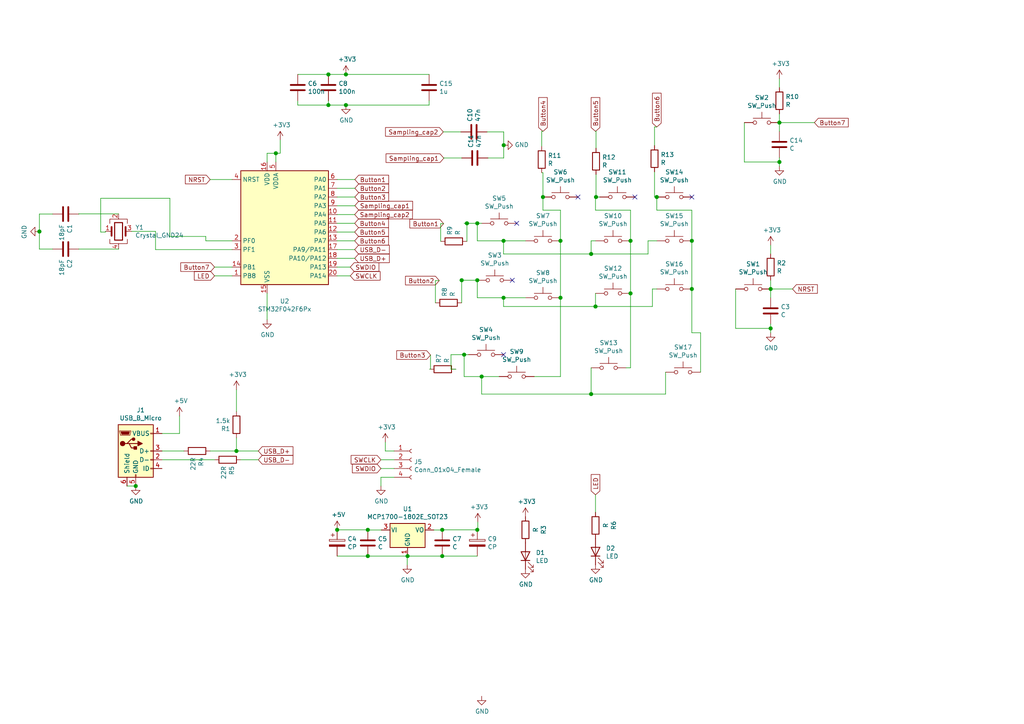
<source format=kicad_sch>
(kicad_sch (version 20200828) (generator eeschema)
  (page 1 1)
  (paper "A4")
  (lib_symbols
    (symbol "Connector:Conn_01x04_Female" (pin_names (offset 1.016) hide)
      (property "Reference" "J" (at 0 5.08 0))
      (property "Value" "Conn_01x04_Female" (at 0 -7.62 0))
      (symbol "Conn_01x04_Female_1_1"
        (arc (start 0 -4.572) (end 0 -5.588) (radius (at 0 -5.08) (length 0.508) (angles 90.1 -90.1)) (stroke (width 0.1524)))
        (arc (start 0 -2.032) (end 0 -3.048) (radius (at 0 -2.54) (length 0.508) (angles 90.1 -90.1)) (stroke (width 0.1524)))
        (arc (start 0 0.508) (end 0 -0.508) (radius (at 0 0) (length 0.508) (angles 90.1 -90.1)) (stroke (width 0.1524)))
        (arc (start 0 3.048) (end 0 2.032) (radius (at 0 2.54) (length 0.508) (angles 90.1 -90.1)) (stroke (width 0.1524)))
        (polyline (pts (xy -1.27 -5.08) (xy -0.508 -5.08)) (stroke (width 0.1524)))
        (polyline (pts (xy -1.27 -2.54) (xy -0.508 -2.54)) (stroke (width 0.1524)))
        (polyline (pts (xy -1.27 0) (xy -0.508 0)) (stroke (width 0.1524)))
        (polyline (pts (xy -1.27 2.54) (xy -0.508 2.54)) (stroke (width 0.1524)))
        (pin passive line (at -5.08 2.54 0) (length 3.81) (name "Pin_1") (number "1"))
        (pin passive line (at -5.08 0 0) (length 3.81) (name "Pin_2") (number "2"))
        (pin passive line (at -5.08 -2.54 0) (length 3.81) (name "Pin_3") (number "3"))
        (pin passive line (at -5.08 -5.08 0) (length 3.81) (name "Pin_4") (number "4"))
      )
    )
    (symbol "Connector:USB_B_Micro" (pin_names (offset 1.016))
      (property "Reference" "J" (at -5.08 11.43 0))
      (property "Value" "USB_B_Micro" (at -5.08 8.89 0))
      (symbol "USB_B_Micro_0_1"
        (circle (center -3.81 2.159) (radius 0.635) (stroke (width 0.254)) (fill (type outline)))
        (circle (center -0.635 3.429) (radius 0.381) (stroke (width 0.254)) (fill (type outline)))
        (rectangle (start -5.08 -7.62) (end 5.08 7.62) (stroke (width 0.254)) (fill (type background)))
        (rectangle (start -0.127 -7.62) (end 0.127 -6.858))
        (rectangle (start 0.254 1.27) (end -0.508 0.508) (stroke (width 0.254)) (fill (type outline)))
        (rectangle (start 5.08 -5.207) (end 4.318 -4.953))
        (rectangle (start 5.08 -2.667) (end 4.318 -2.413))
        (rectangle (start 5.08 -0.127) (end 4.318 0.127))
        (rectangle (start 5.08 4.953) (end 4.318 5.207))
        (polyline (pts (xy -1.905 2.159) (xy 0.635 2.159)) (stroke (width 0.254)))
        (polyline (pts (xy -3.175 2.159) (xy -2.54 2.159) (xy -1.27 3.429) (xy -0.635 3.429)) (stroke (width 0.254)))
        (polyline (pts (xy -2.54 2.159) (xy -1.905 2.159) (xy -1.27 0.889) (xy 0 0.889)) (stroke (width 0.254)))
        (polyline (pts (xy 0.635 2.794) (xy 0.635 1.524) (xy 1.905 2.159) (xy 0.635 2.794)) (stroke (width 0.254)) (fill (type outline)))
        (polyline (pts (xy -4.318 5.588) (xy -1.778 5.588) (xy -2.032 4.826) (xy -4.064 4.826) (xy -4.318 5.588)) (fill (type outline)))
        (polyline (pts (xy -4.699 5.842) (xy -4.699 5.588) (xy -4.445 4.826) (xy -4.445 4.572) (xy -1.651 4.572) (xy -1.651 4.826) (xy -1.397 5.588) (xy -1.397 5.842) (xy -4.699 5.842)))
      )
      (symbol "USB_B_Micro_1_1"
        (pin power_out line (at 7.62 5.08 180) (length 2.54) (name "VBUS") (number "1"))
        (pin passive line (at 7.62 -2.54 180) (length 2.54) (name "D-") (number "2"))
        (pin passive line (at 7.62 0 180) (length 2.54) (name "D+") (number "3"))
        (pin passive line (at 7.62 -5.08 180) (length 2.54) (name "ID") (number "4"))
        (pin power_out line (at 0 -10.16 90) (length 2.54) (name "GND") (number "5"))
        (pin passive line (at -2.54 -10.16 90) (length 2.54) (name "Shield") (number "6"))
      )
    )
    (symbol "Device:C" (pin_numbers hide) (pin_names (offset 0.254))
      (property "Reference" "C" (at 0.635 2.54 0))
      (property "Value" "C" (at 0.635 -2.54 0))
      (symbol "C_0_1"
        (polyline (pts (xy -2.032 -0.762) (xy 2.032 -0.762)) (stroke (width 0.508)))
        (polyline (pts (xy -2.032 0.762) (xy 2.032 0.762)) (stroke (width 0.508)))
      )
      (symbol "C_1_1"
        (pin passive line (at 0 3.81 270) (length 2.794) (name "~") (number "1"))
        (pin passive line (at 0 -3.81 90) (length 2.794) (name "~") (number "2"))
      )
    )
    (symbol "Device:CP" (pin_numbers hide) (pin_names (offset 0.254))
      (property "Reference" "C" (at 0.635 2.54 0))
      (property "Value" "CP" (at 0.635 -2.54 0))
      (symbol "CP_0_1"
        (rectangle (start -2.286 0.508) (end 2.286 1.016))
        (rectangle (start 2.286 -0.508) (end -2.286 -1.016) (fill (type outline)))
        (polyline (pts (xy -1.778 2.286) (xy -0.762 2.286)))
        (polyline (pts (xy -1.27 2.794) (xy -1.27 1.778)))
      )
      (symbol "CP_1_1"
        (pin passive line (at 0 3.81 270) (length 2.794) (name "~") (number "1"))
        (pin passive line (at 0 -3.81 90) (length 2.794) (name "~") (number "2"))
      )
    )
    (symbol "Device:Crystal_GND24" (pin_names (offset 1.016) hide)
      (property "Reference" "Y" (at 3.175 5.08 0))
      (property "Value" "Crystal_GND24" (at 3.175 3.175 0))
      (symbol "Crystal_GND24_0_1"
        (rectangle (start -1.143 2.54) (end 1.143 -2.54) (stroke (width 0.3048)))
        (polyline (pts (xy -2.54 0) (xy -2.032 0)))
        (polyline (pts (xy -2.032 -1.27) (xy -2.032 1.27)) (stroke (width 0.508)))
        (polyline (pts (xy 0 -3.81) (xy 0 -3.556)))
        (polyline (pts (xy 0 3.556) (xy 0 3.81)))
        (polyline (pts (xy 2.032 -1.27) (xy 2.032 1.27)) (stroke (width 0.508)))
        (polyline (pts (xy 2.032 0) (xy 2.54 0)))
        (polyline (pts (xy -2.54 -2.286) (xy -2.54 -3.556) (xy 2.54 -3.556) (xy 2.54 -2.286)))
        (polyline (pts (xy -2.54 2.286) (xy -2.54 3.556) (xy 2.54 3.556) (xy 2.54 2.286)))
      )
      (symbol "Crystal_GND24_1_1"
        (pin passive line (at -3.81 0 0) (length 1.27) (name "1") (number "1"))
        (pin passive line (at 0 5.08 270) (length 1.27) (name "2") (number "2"))
        (pin passive line (at 3.81 0 180) (length 1.27) (name "3") (number "3"))
        (pin passive line (at 0 -5.08 90) (length 1.27) (name "4") (number "4"))
      )
    )
    (symbol "Device:LED" (pin_numbers hide) (pin_names (offset 1.016) hide)
      (property "Reference" "D" (at 0 2.54 0))
      (property "Value" "LED" (at 0 -2.54 0))
      (symbol "LED_0_1"
        (polyline (pts (xy -1.27 -1.27) (xy -1.27 1.27)) (stroke (width 0.254)))
        (polyline (pts (xy -1.27 0) (xy 1.27 0)))
        (polyline (pts (xy 1.27 -1.27) (xy 1.27 1.27) (xy -1.27 0) (xy 1.27 -1.27)) (stroke (width 0.254)))
        (polyline (pts (xy -3.048 -0.762) (xy -4.572 -2.286) (xy -3.81 -2.286) (xy -4.572 -2.286) (xy -4.572 -1.524)))
        (polyline (pts (xy -1.778 -0.762) (xy -3.302 -2.286) (xy -2.54 -2.286) (xy -3.302 -2.286) (xy -3.302 -1.524)))
      )
      (symbol "LED_1_1"
        (pin passive line (at -3.81 0 0) (length 2.54) (name "K") (number "1"))
        (pin passive line (at 3.81 0 180) (length 2.54) (name "A") (number "2"))
      )
    )
    (symbol "Device:R" (pin_numbers hide) (pin_names (offset 0))
      (property "Reference" "R" (at 2.032 0 90))
      (property "Value" "R" (at 0 0 90))
      (symbol "R_0_1"
        (rectangle (start -1.016 -2.54) (end 1.016 2.54) (stroke (width 0.254)))
      )
      (symbol "R_1_1"
        (pin passive line (at 0 3.81 270) (length 1.27) (name "~") (number "1"))
        (pin passive line (at 0 -3.81 90) (length 1.27) (name "~") (number "2"))
      )
    )
    (symbol "MCU_ST_STM32F0:STM32F042F6Px"
      (property "Reference" "U" (at -12.7 16.51 0))
      (property "Value" "STM32F042F6Px" (at 0 16.51 0))
      (symbol "STM32F042F6Px_0_1"
        (rectangle (start -12.7 -17.78) (end 12.7 15.24) (stroke (width 0.254)) (fill (type background)))
      )
      (symbol "STM32F042F6Px_1_1"
        (pin bidirectional line (at -15.24 -15.24 0) (length 2.54) (name "PB8") (number "1"))
        (pin bidirectional line (at 15.24 2.54 180) (length 2.54) (name "PA4") (number "10"))
        (pin bidirectional line (at 15.24 0 180) (length 2.54) (name "PA5") (number "11"))
        (pin bidirectional line (at 15.24 -2.54 180) (length 2.54) (name "PA6") (number "12"))
        (pin bidirectional line (at 15.24 -5.08 180) (length 2.54) (name "PA7") (number "13"))
        (pin bidirectional line (at -15.24 -12.7 0) (length 2.54) (name "PB1") (number "14"))
        (pin power_in line (at -5.08 -20.32 90) (length 2.54) (name "VSS") (number "15"))
        (pin power_in line (at -5.08 17.78 270) (length 2.54) (name "VDD") (number "16"))
        (pin bidirectional line (at 15.24 -7.62 180) (length 2.54) (name "PA9/PA11") (number "17"))
        (pin bidirectional line (at 15.24 -10.16 180) (length 2.54) (name "PA10/PA12") (number "18"))
        (pin bidirectional line (at 15.24 -12.7 180) (length 2.54) (name "PA13") (number "19"))
        (pin input line (at -15.24 -5.08 0) (length 2.54) (name "PF0") (number "2"))
        (pin bidirectional line (at 15.24 -15.24 180) (length 2.54) (name "PA14") (number "20"))
        (pin input line (at -15.24 -7.62 0) (length 2.54) (name "PF1") (number "3"))
        (pin input line (at -15.24 12.7 0) (length 2.54) (name "NRST") (number "4"))
        (pin power_in line (at -2.54 17.78 270) (length 2.54) (name "VDDA") (number "5"))
        (pin bidirectional line (at 15.24 12.7 180) (length 2.54) (name "PA0") (number "6"))
        (pin bidirectional line (at 15.24 10.16 180) (length 2.54) (name "PA1") (number "7"))
        (pin bidirectional line (at 15.24 7.62 180) (length 2.54) (name "PA2") (number "8"))
        (pin bidirectional line (at 15.24 5.08 180) (length 2.54) (name "PA3") (number "9"))
      )
    )
    (symbol "Switch:SW_Push" (pin_numbers hide) (pin_names (offset 1.016) hide)
      (property "Reference" "SW" (at 1.27 2.54 0))
      (property "Value" "SW_Push" (at 0 -1.524 0))
      (symbol "SW_Push_0_1"
        (circle (center -2.032 0) (radius 0.508))
        (circle (center 2.032 0) (radius 0.508))
        (polyline (pts (xy 0 1.27) (xy 0 3.048)))
        (polyline (pts (xy 2.54 1.27) (xy -2.54 1.27)))
        (pin passive line (at -5.08 0 0) (length 2.54) (name "1") (number "1"))
        (pin passive line (at 5.08 0 180) (length 2.54) (name "2") (number "2"))
      )
    )
    (symbol "drone_v3-cache:MCP1700-1802E_SOT23" (pin_names (offset 0.254))
      (property "Reference" "U" (at -3.81 3.175 0))
      (property "Value" "MCP1700-1802E_SOT23" (at 0 3.175 0))
      (symbol "MCP1700-1802E_SOT23_0_1"
        (rectangle (start -5.08 1.905) (end 5.08 -5.08) (stroke (width 0.254)) (fill (type background)))
      )
      (symbol "MCP1700-1802E_SOT23_1_1"
        (pin power_in line (at 0 -7.62 90) (length 2.54) (name "GND") (number "1"))
        (pin power_out line (at 7.62 0 180) (length 2.54) (name "VO") (number "2"))
        (pin power_in line (at -7.62 0 0) (length 2.54) (name "VI") (number "3"))
      )
    )
    (symbol "power:+3.3V" (power) (pin_names (offset 0))
      (property "Value" "+3.3V" (at 0 3.556 0))
      (symbol "+3.3V_0_1"
        (polyline (pts (xy -0.762 1.27) (xy 0 2.54)))
        (polyline (pts (xy 0 0) (xy 0 2.54)))
        (polyline (pts (xy 0 2.54) (xy 0.762 1.27)))
      )
      (symbol "+3.3V_1_1"
        (pin power_in line (at 0 0 90) (length 0) hide (name "+3V3") (number "1"))
      )
    )
    (symbol "power:+5V" (power) (pin_names (offset 0))
      (property "Value" "+5V" (at 0 3.556 0))
      (symbol "+5V_0_1"
        (polyline (pts (xy -0.762 1.27) (xy 0 2.54)))
        (polyline (pts (xy 0 0) (xy 0 2.54)))
        (polyline (pts (xy 0 2.54) (xy 0.762 1.27)))
      )
      (symbol "+5V_1_1"
        (pin power_in line (at 0 0 90) (length 0) hide (name "+5V") (number "1"))
      )
    )
    (symbol "power:GND" (power) (pin_names (offset 0))
      (property "Value" "GND" (at 0 -3.81 0))
      (symbol "GND_0_1"
        (polyline (pts (xy 0 0) (xy 0 -1.27) (xy 1.27 -1.27) (xy 0 -2.54) (xy -1.27 -1.27) (xy 0 -1.27)))
      )
      (symbol "GND_1_1"
        (pin power_in line (at 0 0 270) (length 0) hide (name "GND") (number "1"))
      )
    )
  )
  (junction (at 11.43 67.1576) (diameter 1.016))
  (junction (at 39.37 140.97) (diameter 1.016))
  (junction (at 68.58 130.81) (diameter 1.016))
  (junction (at 80.01 44.45) (diameter 1.016))
  (junction (at 95.25 21.59) (diameter 1.016))
  (junction (at 95.25 30.48) (diameter 1.016))
  (junction (at 97.79 153.67) (diameter 1.016))
  (junction (at 100.33 21.59) (diameter 1.016))
  (junction (at 100.33 30.48) (diameter 1.016))
  (junction (at 106.68 153.67) (diameter 1.016))
  (junction (at 106.68 161.29) (diameter 1.016))
  (junction (at 118.2116 161.29) (diameter 1.016))
  (junction (at 128.27 153.67) (diameter 1.016))
  (junction (at 128.27 161.29) (diameter 1.016))
  (junction (at 133.9088 81.28) (diameter 1.016))
  (junction (at 134.62 102.87) (diameter 1.016))
  (junction (at 135.4328 64.77) (diameter 1.016))
  (junction (at 138.43 64.77) (diameter 1.016))
  (junction (at 138.43 81.28) (diameter 1.016))
  (junction (at 138.43 153.67) (diameter 1.016))
  (junction (at 139.7 109.22) (diameter 1.016))
  (junction (at 146.05 69.85) (diameter 1.016))
  (junction (at 146.05 86.36) (diameter 1.016))
  (junction (at 146.1008 42.1132) (diameter 1.016))
  (junction (at 157.48 57.15) (diameter 1.016))
  (junction (at 162.56 69.85) (diameter 1.016))
  (junction (at 162.56 86.36) (diameter 1.016))
  (junction (at 171.45 73.66) (diameter 1.016))
  (junction (at 171.45 114.3) (diameter 1.016))
  (junction (at 172.72 88.9) (diameter 1.016))
  (junction (at 172.8724 57.15) (diameter 1.016))
  (junction (at 182.88 69.85) (diameter 1.016))
  (junction (at 182.88 85.09) (diameter 1.016))
  (junction (at 190.5 57.15) (diameter 1.016))
  (junction (at 200.66 69.85) (diameter 1.016))
  (junction (at 200.66 83.82) (diameter 1.016))
  (junction (at 223.52 83.82) (diameter 1.016))
  (junction (at 223.52 95.25) (diameter 1.016))
  (junction (at 226.06 35.56) (diameter 1.016))
  (junction (at 226.06 46.99) (diameter 1.016))
  (no_connect (at 167.64 57.15))
  (no_connect (at 184.15 57.15))
  (no_connect (at 146.05 102.87))
  (no_connect (at 200.66 57.15))
  (no_connect (at 149.86 64.77))
  (no_connect (at 148.59 81.28))
  (wire (pts (xy 11.43 62.0776) (xy 11.43 67.1576)))
  (wire (pts (xy 11.43 67.1576) (xy 11.43 72.2376)))
  (wire (pts (xy 11.43 72.2376) (xy 15.24 72.2376)))
  (wire (pts (xy 15.24 62.0776) (xy 11.43 62.0776)))
  (wire (pts (xy 22.86 62.0268) (xy 22.86 62.0776)))
  (wire (pts (xy 22.86 72.2376) (xy 34.3916 72.2376)))
  (wire (pts (xy 29.21 57.5056) (xy 49.276 57.5056)))
  (wire (pts (xy 29.21 67.31) (xy 29.21 57.5056)))
  (wire (pts (xy 29.21 67.31) (xy 30.5816 67.31)))
  (wire (pts (xy 30.5816 67.31) (xy 30.5816 67.1068)))
  (wire (pts (xy 34.3916 62.0268) (xy 22.86 62.0268)))
  (wire (pts (xy 34.3916 72.2376) (xy 34.3916 72.1868)))
  (wire (pts (xy 36.83 140.97) (xy 39.37 140.97)))
  (wire (pts (xy 38.2016 67.1068) (xy 45.1104 67.1068)))
  (wire (pts (xy 45.1104 72.39) (xy 45.1104 67.1068)))
  (wire (pts (xy 46.99 125.73) (xy 52.07 125.73)))
  (wire (pts (xy 46.99 130.81) (xy 53.34 130.81)))
  (wire (pts (xy 46.99 133.35) (xy 62.23 133.35)))
  (wire (pts (xy 49.276 57.5056) (xy 49.276 68.58)))
  (wire (pts (xy 49.276 68.58) (xy 59.69 68.58)))
  (wire (pts (xy 52.07 125.73) (xy 52.07 120.65)))
  (wire (pts (xy 59.69 68.58) (xy 59.69 69.85)))
  (wire (pts (xy 59.69 69.85) (xy 67.31 69.85)))
  (wire (pts (xy 60.96 130.81) (xy 68.58 130.81)))
  (wire (pts (xy 67.31 52.07) (xy 60.96 52.07)))
  (wire (pts (xy 67.31 72.39) (xy 45.1104 72.39)))
  (wire (pts (xy 67.31 77.47) (xy 62.23 77.47)))
  (wire (pts (xy 67.31 80.01) (xy 62.23 80.01)))
  (wire (pts (xy 68.58 119.38) (xy 68.58 113.03)))
  (wire (pts (xy 68.58 130.81) (xy 68.58 127)))
  (wire (pts (xy 68.58 130.81) (xy 74.93 130.81)))
  (wire (pts (xy 69.85 133.35) (xy 74.93 133.35)))
  (wire (pts (xy 77.47 44.45) (xy 80.01 44.45)))
  (wire (pts (xy 77.47 46.99) (xy 77.47 44.45)))
  (wire (pts (xy 77.47 85.09) (xy 77.47 92.71)))
  (wire (pts (xy 80.01 44.45) (xy 81.28 44.45)))
  (wire (pts (xy 80.01 46.99) (xy 80.01 44.45)))
  (wire (pts (xy 81.28 40.64) (xy 81.28 44.45)))
  (wire (pts (xy 86.36 21.59) (xy 95.25 21.59)))
  (wire (pts (xy 86.36 29.21) (xy 86.36 30.48)))
  (wire (pts (xy 86.36 30.48) (xy 95.25 30.48)))
  (wire (pts (xy 95.25 21.59) (xy 100.33 21.59)))
  (wire (pts (xy 95.25 29.21) (xy 95.25 30.48)))
  (wire (pts (xy 95.25 30.48) (xy 100.33 30.48)))
  (wire (pts (xy 97.79 52.07) (xy 102.9208 52.07)))
  (wire (pts (xy 97.79 54.61) (xy 102.9208 54.61)))
  (wire (pts (xy 97.79 57.15) (xy 102.9208 57.15)))
  (wire (pts (xy 97.79 59.69) (xy 102.9208 59.69)))
  (wire (pts (xy 97.79 62.23) (xy 102.87 62.23)))
  (wire (pts (xy 97.79 64.77) (xy 102.87 64.77)))
  (wire (pts (xy 97.79 67.31) (xy 102.87 67.31)))
  (wire (pts (xy 97.79 72.39) (xy 102.87 72.39)))
  (wire (pts (xy 97.79 74.93) (xy 102.87 74.93)))
  (wire (pts (xy 97.79 77.47) (xy 101.6 77.47)))
  (wire (pts (xy 97.79 153.67) (xy 106.68 153.67)))
  (wire (pts (xy 100.33 21.59) (xy 124.46 21.59)))
  (wire (pts (xy 100.33 30.48) (xy 124.46 30.48)))
  (wire (pts (xy 101.6 80.01) (xy 97.79 80.01)))
  (wire (pts (xy 102.87 69.85) (xy 97.79 69.85)))
  (wire (pts (xy 102.9208 59.69) (xy 102.9208 59.6392)))
  (wire (pts (xy 106.68 153.7208) (xy 106.68 153.67)))
  (wire (pts (xy 106.68 161.29) (xy 97.79 161.29)))
  (wire (pts (xy 106.68 161.29) (xy 118.2116 161.29)))
  (wire (pts (xy 110.49 133.35) (xy 114.3 133.35)))
  (wire (pts (xy 110.49 138.43) (xy 110.49 140.97)))
  (wire (pts (xy 110.5916 153.7208) (xy 106.68 153.7208)))
  (wire (pts (xy 111.76 128.27) (xy 111.76 130.81)))
  (wire (pts (xy 111.76 130.81) (xy 114.3 130.81)))
  (wire (pts (xy 114.3 135.89) (xy 110.49 135.89)))
  (wire (pts (xy 114.3 138.43) (xy 110.49 138.43)))
  (wire (pts (xy 118.11 161.3408) (xy 118.2116 161.3408)))
  (wire (pts (xy 118.11 163.83) (xy 118.11 161.3408)))
  (wire (pts (xy 118.2116 161.29) (xy 118.2116 161.3408)))
  (wire (pts (xy 118.2116 161.29) (xy 128.27 161.29)))
  (wire (pts (xy 124.46 29.21) (xy 124.46 30.48)))
  (wire (pts (xy 124.8664 102.9716) (xy 124.8664 107.0864)))
  (wire (pts (xy 124.8664 107.0864) (xy 124.6124 107.0864)))
  (wire (pts (xy 125.8316 153.7208) (xy 128.27 153.7208)))
  (wire (pts (xy 126.2888 81.3816) (xy 127.4064 81.3816)))
  (wire (pts (xy 126.2888 87.8332) (xy 126.2888 81.3816)))
  (wire (pts (xy 127.8128 64.8716) (xy 128.6764 64.8716)))
  (wire (pts (xy 127.8128 70.0024) (xy 127.8128 64.8716)))
  (wire (pts (xy 128.27 153.67) (xy 138.43 153.67)))
  (wire (pts (xy 128.27 153.7208) (xy 128.27 153.67)))
  (wire (pts (xy 128.7272 45.8216) (xy 128.7272 45.8724)))
  (wire (pts (xy 128.7272 45.8216) (xy 128.7272 45.8724)))
  (wire (pts (xy 130.81 102.87) (xy 130.81 107.0864)))
  (wire (pts (xy 130.81 102.87) (xy 134.62 102.87)))
  (wire (pts (xy 130.81 107.0864) (xy 132.2324 107.0864)))
  (wire (pts (xy 133.6548 38.2524) (xy 128.5748 38.2524)))
  (wire (pts (xy 133.9088 45.8216) (xy 128.7272 45.8216)))
  (wire (pts (xy 133.9088 81.28) (xy 133.35 81.28)))
  (wire (pts (xy 133.9088 81.28) (xy 133.35 81.28)))
  (wire (pts (xy 133.9088 87.8332) (xy 133.9088 81.28)))
  (wire (pts (xy 134.62 102.87) (xy 134.62 109.22)))
  (wire (pts (xy 134.62 102.87) (xy 135.89 102.87)))
  (wire (pts (xy 134.62 109.22) (xy 139.7 109.22)))
  (wire (pts (xy 135.4328 64.77) (xy 134.62 64.77)))
  (wire (pts (xy 135.4328 64.77) (xy 134.62 64.77)))
  (wire (pts (xy 135.4328 70.0024) (xy 135.4328 64.77)))
  (wire (pts (xy 138.43 64.77) (xy 135.4328 64.77)))
  (wire (pts (xy 138.43 69.85) (xy 138.43 64.77)))
  (wire (pts (xy 138.43 69.85) (xy 146.05 69.85)))
  (wire (pts (xy 138.43 81.28) (xy 133.9088 81.28)))
  (wire (pts (xy 138.43 81.28) (xy 138.43 86.36)))
  (wire (pts (xy 138.43 86.36) (xy 146.05 86.36)))
  (wire (pts (xy 138.43 153.7208) (xy 138.43 153.67)))
  (wire (pts (xy 138.43 161.29) (xy 128.27 161.29)))
  (wire (pts (xy 138.5824 151.4348) (xy 138.5824 153.7208)))
  (wire (pts (xy 138.5824 153.7208) (xy 138.43 153.7208)))
  (wire (pts (xy 139.7 64.77) (xy 138.43 64.77)))
  (wire (pts (xy 139.7 109.22) (xy 139.7 114.3)))
  (wire (pts (xy 139.7 109.22) (xy 144.78 109.22)))
  (wire (pts (xy 139.7 114.3) (xy 171.45 114.3)))
  (wire (pts (xy 141.2748 38.2524) (xy 146.1008 38.2524)))
  (wire (pts (xy 141.5288 45.8216) (xy 146.1008 45.8216)))
  (wire (pts (xy 146.05 69.85) (xy 146.05 73.66)))
  (wire (pts (xy 146.05 69.85) (xy 152.4 69.85)))
  (wire (pts (xy 146.05 73.66) (xy 171.45 73.66)))
  (wire (pts (xy 146.05 86.36) (xy 146.05 88.9)))
  (wire (pts (xy 146.05 86.36) (xy 152.4 86.36)))
  (wire (pts (xy 146.05 88.9) (xy 172.72 88.9)))
  (wire (pts (xy 146.1008 38.2524) (xy 146.1008 42.1132)))
  (wire (pts (xy 146.1008 45.8216) (xy 146.1008 42.1132)))
  (wire (pts (xy 154.94 109.22) (xy 162.56 109.22)))
  (wire (pts (xy 157.1244 38.1) (xy 157.48 38.1)))
  (wire (pts (xy 157.1244 42.4688) (xy 157.1244 38.1)))
  (wire (pts (xy 157.48 50.0888) (xy 157.1244 50.0888)))
  (wire (pts (xy 157.48 57.15) (xy 157.48 50.0888)))
  (wire (pts (xy 157.48 60.96) (xy 157.48 57.15)))
  (wire (pts (xy 162.56 60.96) (xy 157.48 60.96)))
  (wire (pts (xy 162.56 69.85) (xy 162.56 60.96)))
  (wire (pts (xy 162.56 69.85) (xy 162.56 86.36)))
  (wire (pts (xy 162.56 86.36) (xy 162.56 109.22)))
  (wire (pts (xy 171.45 69.85) (xy 172.72 69.85)))
  (wire (pts (xy 171.45 73.66) (xy 171.45 69.85)))
  (wire (pts (xy 171.45 73.66) (xy 187.96 73.66)))
  (wire (pts (xy 171.45 114.3) (xy 171.45 106.68)))
  (wire (pts (xy 171.45 114.3) (xy 193.04 114.3)))
  (wire (pts (xy 172.72 57.15) (xy 172.72 60.96)))
  (wire (pts (xy 172.72 57.15) (xy 172.8724 57.15)))
  (wire (pts (xy 172.72 60.96) (xy 182.88 60.96)))
  (wire (pts (xy 172.72 88.9) (xy 172.72 85.09)))
  (wire (pts (xy 172.72 88.9) (xy 189.23 88.9)))
  (wire (pts (xy 172.72 148.59) (xy 172.72 143.51)))
  (wire (pts (xy 172.8724 38.1) (xy 172.72 38.1)))
  (wire (pts (xy 172.8724 42.9768) (xy 172.8724 38.1)))
  (wire (pts (xy 172.8724 50.5968) (xy 172.8724 57.15)))
  (wire (pts (xy 172.8724 57.15) (xy 172.72 57.15)))
  (wire (pts (xy 172.8724 57.15) (xy 173.99 57.15)))
  (wire (pts (xy 182.88 60.96) (xy 182.88 69.85)))
  (wire (pts (xy 182.88 69.85) (xy 182.88 85.09)))
  (wire (pts (xy 182.88 85.09) (xy 182.88 106.68)))
  (wire (pts (xy 182.88 106.68) (xy 181.61 106.68)))
  (wire (pts (xy 187.96 69.85) (xy 190.5 69.85)))
  (wire (pts (xy 187.96 73.66) (xy 187.96 69.85)))
  (wire (pts (xy 189.23 83.82) (xy 190.5 83.82)))
  (wire (pts (xy 189.23 88.9) (xy 189.23 83.82)))
  (wire (pts (xy 189.8396 36.83) (xy 190.5 36.83)))
  (wire (pts (xy 189.8396 42.2148) (xy 189.8396 36.83)))
  (wire (pts (xy 189.8396 49.8348) (xy 189.8396 57.15)))
  (wire (pts (xy 189.8396 57.15) (xy 190.5 57.15)))
  (wire (pts (xy 190.5 57.15) (xy 190.5 60.96)))
  (wire (pts (xy 190.5 60.96) (xy 200.66 60.96)))
  (wire (pts (xy 193.04 114.3) (xy 193.04 107.95)))
  (wire (pts (xy 200.66 60.96) (xy 200.66 69.85)))
  (wire (pts (xy 200.66 69.85) (xy 200.66 83.82)))
  (wire (pts (xy 200.66 83.82) (xy 200.66 96.52)))
  (wire (pts (xy 200.66 96.52) (xy 203.2 96.52)))
  (wire (pts (xy 203.2 96.52) (xy 203.2 107.95)))
  (wire (pts (xy 213.36 83.82) (xy 213.36 95.25)))
  (wire (pts (xy 213.36 95.25) (xy 223.52 95.25)))
  (wire (pts (xy 215.9 35.56) (xy 215.9 46.99)))
  (wire (pts (xy 215.9 46.99) (xy 226.06 46.99)))
  (wire (pts (xy 223.52 71.12) (xy 223.52 73.66)))
  (wire (pts (xy 223.52 83.82) (xy 223.52 81.28)))
  (wire (pts (xy 223.52 83.82) (xy 229.87 83.82)))
  (wire (pts (xy 223.52 86.36) (xy 223.52 83.82)))
  (wire (pts (xy 223.52 93.98) (xy 223.52 95.25)))
  (wire (pts (xy 223.52 95.25) (xy 223.52 96.52)))
  (wire (pts (xy 226.06 22.86) (xy 226.06 25.4)))
  (wire (pts (xy 226.06 35.56) (xy 226.06 33.02)))
  (wire (pts (xy 226.06 35.56) (xy 236.22 35.56)))
  (wire (pts (xy 226.06 38.1) (xy 226.06 35.56)))
  (wire (pts (xy 226.06 45.72) (xy 226.06 46.99)))
  (wire (pts (xy 226.06 46.99) (xy 226.06 48.26)))
  (global_label "NRST" (shape input) (at 60.96 52.07 180))
  (global_label "Button7" (shape input) (at 62.23 77.47 180))
  (global_label "LED" (shape input) (at 62.23 80.01 180))
  (global_label "USB_D+" (shape input) (at 74.93 130.81 0))
  (global_label "USB_D-" (shape input) (at 74.93 133.35 0))
  (global_label "SWDIO" (shape input) (at 101.6 77.47 0))
  (global_label "SWCLK" (shape input) (at 101.6 80.01 0))
  (global_label "Sampling_cap2" (shape input) (at 102.87 62.23 0))
  (global_label "Button4" (shape input) (at 102.87 64.77 0))
  (global_label "Button5" (shape input) (at 102.87 67.31 0))
  (global_label "Button6" (shape input) (at 102.87 69.85 0))
  (global_label "USB_D-" (shape input) (at 102.87 72.39 0))
  (global_label "USB_D+" (shape input) (at 102.87 74.93 0))
  (global_label "Button1" (shape input) (at 102.9208 52.07 0))
  (global_label "Button2" (shape input) (at 102.9208 54.61 0))
  (global_label "Button3" (shape input) (at 102.9208 57.15 0))
  (global_label "Sampling_cap1" (shape input) (at 102.9208 59.6392 0))
  (global_label "SWCLK" (shape input) (at 110.49 133.35 180))
  (global_label "SWDIO" (shape input) (at 110.49 135.89 180))
  (global_label "Button3" (shape input) (at 124.8664 102.9716 180))
  (global_label "Button2" (shape input) (at 127.4064 81.3816 180))
  (global_label "Sampling_cap2" (shape input) (at 128.5748 38.2524 180))
  (global_label "Button1" (shape input) (at 128.6764 64.8716 180))
  (global_label "Sampling_cap1" (shape input) (at 128.7272 45.8724 180))
  (global_label "Button4" (shape input) (at 157.48 38.1 90))
  (global_label "Button5" (shape input) (at 172.72 38.1 90))
  (global_label "LED" (shape input) (at 172.72 143.51 90))
  (global_label "Button6" (shape input) (at 190.5 36.83 90))
  (global_label "NRST" (shape input) (at 229.87 83.82 0))
  (global_label "Button7" (shape input) (at 236.22 35.56 0))
  (symbol (lib_id "power:+5V") (at 52.07 120.65 0) (unit 1)
    (property "Reference" "#PWR0111" (effects hide))
    (property "Value" "+5V" (at 52.451 116.2558 0))
  )
  (symbol (lib_id "power:+3.3V") (at 68.58 113.03 0) (unit 1)
    (property "Reference" "#PWR0124" (effects hide))
    (property "Value" "+3.3V" (at 68.961 108.6358 0))
  )
  (symbol (lib_id "power:+3.3V") (at 81.28 40.64 0) (unit 1)
    (property "Reference" "#PWR0109" (effects hide))
    (property "Value" "+3.3V" (at 81.661 36.2458 0))
  )
  (symbol (lib_id "power:+5V") (at 97.79 153.67 0) (unit 1)
    (property "Reference" "#PWR0102" (effects hide))
    (property "Value" "+5V" (at 98.171 149.2758 0))
  )
  (symbol (lib_id "power:+3.3V") (at 100.33 21.59 0) (unit 1)
    (property "Reference" "#PWR0131" (effects hide))
    (property "Value" "+3.3V" (at 100.711 17.1958 0))
  )
  (symbol (lib_id "power:+3.3V") (at 111.76 128.27 0) (unit 1)
    (property "Reference" "#PWR0137" (effects hide))
    (property "Value" "+3.3V" (at 112.141 123.8758 0))
  )
  (symbol (lib_id "power:+3.3V") (at 138.5824 151.4348 0) (unit 1)
    (property "Reference" "#PWR0117" (effects hide))
    (property "Value" "+3.3V" (at 138.9634 147.0406 0))
  )
  (symbol (lib_id "power:+3.3V") (at 152.4 149.86 0) (unit 1)
    (property "Reference" "#PWR0114" (effects hide))
    (property "Value" "+3.3V" (at 152.781 145.4658 0))
  )
  (symbol (lib_id "power:+3.3V") (at 223.52 71.12 0) (unit 1)
    (property "Reference" "#PWR0133" (effects hide))
    (property "Value" "+3.3V" (at 223.901 66.7258 0))
  )
  (symbol (lib_id "power:+3.3V") (at 226.06 22.86 0) (unit 1)
    (property "Reference" "#PWR0120" (effects hide))
    (property "Value" "+3.3V" (at 226.441 18.4658 0))
  )
  (symbol (lib_id "power:GND") (at 11.43 67.1576 270) (unit 1)
    (property "Reference" "#PWR0110" (effects hide))
    (property "Value" "GND" (at 7.0358 67.2846 0))
  )
  (symbol (lib_id "power:GND") (at 39.37 140.97 0) (unit 1)
    (property "Reference" "#PWR0112" (effects hide))
    (property "Value" "GND" (at 39.497 145.3642 0))
  )
  (symbol (lib_id "power:GND") (at 77.47 92.71 0) (unit 1)
    (property "Reference" "#PWR0129" (effects hide))
    (property "Value" "GND" (at 77.597 97.1042 0))
  )
  (symbol (lib_id "power:GND") (at 100.33 30.48 0) (unit 1)
    (property "Reference" "#PWR0130" (effects hide))
    (property "Value" "GND" (at 100.457 34.8742 0))
  )
  (symbol (lib_id "power:GND") (at 110.49 140.97 0) (unit 1)
    (property "Reference" "#PWR0138" (effects hide))
    (property "Value" "GND" (at 110.617 145.3642 0))
  )
  (symbol (lib_id "power:GND") (at 118.11 163.83 0) (unit 1)
    (property "Reference" "#PWR0115" (effects hide))
    (property "Value" "GND" (at 118.237 168.2242 0))
  )
  (symbol (lib_id "power:GND") (at 139.7 201.93 0) (unit 1)
    (property "Reference" "#PWR0147" (effects hide))
    (property "Value" "GND" (at 139.827 206.3242 0))
  )
  (symbol (lib_id "power:GND") (at 146.1008 42.1132 90) (unit 1)
    (property "Reference" "#PWR0103" (effects hide))
    (property "Value" "GND" (at 149.2759 41.9989 90) (effects (justify right)))
  )
  (symbol (lib_id "power:GND") (at 152.4 165.1 0) (unit 1)
    (property "Reference" "#PWR0113" (effects hide))
    (property "Value" "GND" (at 152.527 169.4942 0))
  )
  (symbol (lib_id "power:GND") (at 172.72 163.83 0) (unit 1)
    (property "Reference" "#PWR0101" (effects hide))
    (property "Value" "GND" (at 172.847 168.2242 0))
  )
  (symbol (lib_id "power:GND") (at 223.52 96.52 0) (unit 1)
    (property "Reference" "#PWR0132" (effects hide))
    (property "Value" "GND" (at 223.647 100.9142 0))
  )
  (symbol (lib_id "power:GND") (at 226.06 48.26 0) (unit 1)
    (property "Reference" "#PWR0119" (effects hide))
    (property "Value" "GND" (at 226.187 52.6542 0))
  )
  (symbol (lib_id "Device:R") (at 57.15 130.81 270) (unit 1)
    (property "Reference" "R4" (at 58.3184 132.588 0) (effects (justify left)))
    (property "Value" "22R" (at 56.007 132.588 0) (effects (justify left)))
    (property "Footprint" "Resistor_SMD:R_0603_1608Metric" (effects hide))
  )
  (symbol (lib_id "Device:R") (at 66.04 133.35 270) (unit 1)
    (property "Reference" "R5" (at 67.2084 135.128 0) (effects (justify left)))
    (property "Value" "22R" (at 64.897 135.128 0) (effects (justify left)))
    (property "Footprint" "Resistor_SMD:R_0603_1608Metric" (effects hide))
  )
  (symbol (lib_id "Device:R") (at 68.58 123.19 180) (unit 1)
    (property "Reference" "R1" (at 66.802 124.3584 0) (effects (justify left)))
    (property "Value" "1.5k" (at 66.802 122.047 0) (effects (justify left)))
    (property "Footprint" "Resistor_SMD:R_0603_1608Metric" (effects hide))
  )
  (symbol (lib_id "Device:R") (at 128.4224 107.0864 90) (unit 1)
    (property "Reference" "R7" (at 127.254 105.3084 0) (effects (justify left)))
    (property "Value" "R" (at 129.5654 105.3084 0) (effects (justify left)))
    (property "Footprint" "Resistor_SMD:R_0603_1608Metric_Pad1.05x0.95mm_HandSolder" (effects hide))
  )
  (symbol (lib_id "Device:R") (at 130.0988 87.8332 90) (unit 1)
    (property "Reference" "R8" (at 128.9304 86.0552 0) (effects (justify left)))
    (property "Value" "R" (at 131.2418 86.0552 0) (effects (justify left)))
    (property "Footprint" "Resistor_SMD:R_0603_1608Metric_Pad1.05x0.95mm_HandSolder" (effects hide))
  )
  (symbol (lib_id "Device:R") (at 131.6228 70.0024 90) (unit 1)
    (property "Reference" "R9" (at 130.4544 68.2244 0) (effects (justify left)))
    (property "Value" "R" (at 132.7658 68.2244 0) (effects (justify left)))
    (property "Footprint" "Resistor_SMD:R_0603_1608Metric_Pad1.05x0.95mm_HandSolder" (effects hide))
  )
  (symbol (lib_id "Device:R") (at 152.4 153.67 180) (unit 1)
    (property "Reference" "R3" (at 157.6578 153.67 90))
    (property "Value" "R" (at 155.3464 153.67 90))
    (property "Footprint" "Resistor_SMD:R_0603_1608Metric_Pad1.05x0.95mm_HandSolder" (effects hide))
  )
  (symbol (lib_id "Device:R") (at 157.1244 46.2788 0) (unit 1)
    (property "Reference" "R11" (at 158.9024 45.1104 0) (effects (justify left)))
    (property "Value" "R" (at 158.9024 47.4218 0) (effects (justify left)))
    (property "Footprint" "Resistor_SMD:R_0603_1608Metric_Pad1.05x0.95mm_HandSolder" (effects hide))
  )
  (symbol (lib_id "Device:R") (at 172.72 152.4 180) (unit 1)
    (property "Reference" "R6" (at 177.9778 152.4 90))
    (property "Value" "R" (at 175.6664 152.4 90))
    (property "Footprint" "Resistor_SMD:R_0603_1608Metric_Pad1.05x0.95mm_HandSolder" (effects hide))
  )
  (symbol (lib_id "Device:R") (at 172.8724 46.7868 0) (unit 1)
    (property "Reference" "R12" (at 174.6504 45.6184 0) (effects (justify left)))
    (property "Value" "R" (at 174.6504 47.9298 0) (effects (justify left)))
    (property "Footprint" "Resistor_SMD:R_0603_1608Metric_Pad1.05x0.95mm_HandSolder" (effects hide))
  )
  (symbol (lib_id "Device:R") (at 189.8396 46.0248 0) (unit 1)
    (property "Reference" "R13" (at 191.6176 44.8564 0) (effects (justify left)))
    (property "Value" "R" (at 191.6176 47.1678 0) (effects (justify left)))
    (property "Footprint" "Resistor_SMD:R_0603_1608Metric_Pad1.05x0.95mm_HandSolder" (effects hide))
  )
  (symbol (lib_id "Device:R") (at 223.52 77.47 0) (unit 1)
    (property "Reference" "R2" (at 225.298 76.3016 0) (effects (justify left)))
    (property "Value" "R" (at 225.298 78.613 0) (effects (justify left)))
    (property "Footprint" "Resistor_SMD:R_0603_1608Metric_Pad1.05x0.95mm_HandSolder" (effects hide))
  )
  (symbol (lib_id "Device:R") (at 226.06 29.21 0) (unit 1)
    (property "Reference" "R10" (at 227.838 28.0416 0) (effects (justify left)))
    (property "Value" "R" (at 227.838 30.353 0) (effects (justify left)))
    (property "Footprint" "Resistor_SMD:R_0603_1608Metric_Pad1.05x0.95mm_HandSolder" (effects hide))
  )
  (symbol (lib_id "Device:LED") (at 152.4 161.29 90) (unit 1)
    (property "Reference" "D1" (at 155.3972 160.2994 90) (effects (justify right)))
    (property "Value" "LED" (at 155.3972 162.6108 90) (effects (justify right)))
    (property "Footprint" "LED_SMD:LED_0603_1608Metric" (effects hide))
  )
  (symbol (lib_id "Device:LED") (at 172.72 160.02 90) (unit 1)
    (property "Reference" "D2" (at 175.7172 159.0294 90) (effects (justify right)))
    (property "Value" "LED" (at 175.7172 161.3408 90) (effects (justify right)))
    (property "Footprint" "LED_SMD:LED_0603_1608Metric" (effects hide))
  )
  (symbol (lib_id "Device:C") (at 19.05 62.0776 270) (unit 1)
    (property "Reference" "C1" (at 20.2184 64.9986 0) (effects (justify left)))
    (property "Value" "18pF" (at 17.907 64.9986 0) (effects (justify left)))
    (property "Footprint" "Capacitor_SMD:C_0402_1005Metric" (effects hide))
  )
  (symbol (lib_id "Device:C") (at 19.05 72.2376 270) (unit 1)
    (property "Reference" "C2" (at 20.2184 75.1586 0) (effects (justify left)))
    (property "Value" "18pF" (at 17.907 75.1586 0) (effects (justify left)))
    (property "Footprint" "Capacitor_SMD:C_0402_1005Metric" (effects hide))
  )
  (symbol (lib_id "Device:C") (at 86.36 25.4 0) (unit 1)
    (property "Reference" "C6" (at 89.281 24.2316 0) (effects (justify left)))
    (property "Value" "100n" (at 89.281 26.543 0) (effects (justify left)))
    (property "Footprint" "Capacitor_SMD:C_0603_1608Metric_Pad1.05x0.95mm_HandSolder" (effects hide))
  )
  (symbol (lib_id "Device:C") (at 95.25 25.4 0) (unit 1)
    (property "Reference" "C8" (at 98.171 24.2316 0) (effects (justify left)))
    (property "Value" "100n" (at 98.171 26.543 0) (effects (justify left)))
    (property "Footprint" "Capacitor_SMD:C_0603_1608Metric_Pad1.05x0.95mm_HandSolder" (effects hide))
  )
  (symbol (lib_id "Device:CP") (at 97.79 157.48 0) (unit 1)
    (property "Reference" "C4" (at 100.7872 156.3116 0) (effects (justify left)))
    (property "Value" "CP" (at 100.7872 158.623 0) (effects (justify left)))
    (property "Footprint" "Capacitor_SMD:C_1206_3216Metric" (effects hide))
  )
  (symbol (lib_id "Device:C") (at 106.68 157.48 0) (unit 1)
    (property "Reference" "C5" (at 109.601 156.3116 0) (effects (justify left)))
    (property "Value" "C" (at 109.601 158.623 0) (effects (justify left)))
    (property "Footprint" "Capacitor_SMD:C_0603_1608Metric_Pad1.05x0.95mm_HandSolder" (effects hide))
  )
  (symbol (lib_id "Device:C") (at 124.46 25.4 0) (unit 1)
    (property "Reference" "C15" (at 127.381 24.2316 0) (effects (justify left)))
    (property "Value" "1u" (at 127.381 26.543 0) (effects (justify left)))
    (property "Footprint" "Capacitor_SMD:C_0603_1608Metric_Pad1.05x0.95mm_HandSolder" (effects hide))
  )
  (symbol (lib_id "Device:C") (at 128.27 157.48 0) (unit 1)
    (property "Reference" "C7" (at 131.191 156.3116 0) (effects (justify left)))
    (property "Value" "C" (at 131.191 158.623 0) (effects (justify left)))
    (property "Footprint" "Capacitor_SMD:C_0603_1608Metric_Pad1.05x0.95mm_HandSolder" (effects hide))
  )
  (symbol (lib_id "Device:C") (at 137.4648 38.2524 90) (unit 1)
    (property "Reference" "C10" (at 136.2964 35.3314 0) (effects (justify left)))
    (property "Value" "47n" (at 138.6078 35.3314 0) (effects (justify left)))
    (property "Footprint" "Capacitor_SMD:C_0603_1608Metric_Pad1.05x0.95mm_HandSolder" (effects hide))
  )
  (symbol (lib_id "Device:C") (at 137.7188 45.8216 90) (unit 1)
    (property "Reference" "C11" (at 136.5504 42.9006 0) (effects (justify left)))
    (property "Value" "47n" (at 138.8618 42.9006 0) (effects (justify left)))
    (property "Footprint" "Capacitor_SMD:C_0603_1608Metric_Pad1.05x0.95mm_HandSolder" (effects hide))
  )
  (symbol (lib_id "Device:CP") (at 138.43 157.48 0) (unit 1)
    (property "Reference" "C9" (at 141.4272 156.3116 0) (effects (justify left)))
    (property "Value" "CP" (at 141.4272 158.623 0) (effects (justify left)))
    (property "Footprint" "Capacitor_SMD:C_1206_3216Metric" (effects hide))
  )
  (symbol (lib_id "Device:C") (at 223.52 90.17 0) (unit 1)
    (property "Reference" "C3" (at 226.441 89.0016 0) (effects (justify left)))
    (property "Value" "C" (at 226.441 91.313 0) (effects (justify left)))
    (property "Footprint" "Capacitor_SMD:C_0603_1608Metric_Pad1.05x0.95mm_HandSolder" (effects hide))
  )
  (symbol (lib_id "Device:C") (at 226.06 41.91 0) (unit 1)
    (property "Reference" "C14" (at 228.981 40.7416 0) (effects (justify left)))
    (property "Value" "C" (at 228.981 43.053 0) (effects (justify left)))
    (property "Footprint" "Capacitor_SMD:C_0603_1608Metric_Pad1.05x0.95mm_HandSolder" (effects hide))
  )
  (symbol (lib_id "Switch:SW_Push") (at 140.97 102.87 0) (unit 1)
    (property "Reference" "SW4" (at 140.97 95.631 0))
    (property "Value" "SW_Push" (at 140.97 97.9424 0))
    (property "Footprint" "touch_keypad:cap_button" (effects hide))
  )
  (symbol (lib_id "Switch:SW_Push") (at 143.51 81.28 0) (unit 1)
    (property "Reference" "SW3" (at 143.51 74.041 0))
    (property "Value" "SW_Push" (at 143.51 76.3524 0))
    (property "Footprint" "touch_keypad:cap_button" (effects hide))
  )
  (symbol (lib_id "Switch:SW_Push") (at 144.78 64.77 0) (unit 1)
    (property "Reference" "SW5" (at 144.78 57.531 0))
    (property "Value" "SW_Push" (at 144.78 59.8424 0))
    (property "Footprint" "touch_keypad:cap_button" (effects hide))
  )
  (symbol (lib_id "Switch:SW_Push") (at 149.86 109.22 0) (unit 1)
    (property "Reference" "SW9" (at 149.86 101.981 0))
    (property "Value" "SW_Push" (at 149.86 104.2924 0))
    (property "Footprint" "touch_keypad:TouchSlider-2_10x10mm" (effects hide))
  )
  (symbol (lib_id "Switch:SW_Push") (at 157.48 69.85 0) (unit 1)
    (property "Reference" "SW7" (at 157.48 62.611 0))
    (property "Value" "SW_Push" (at 157.48 64.9224 0))
    (property "Footprint" "touch_keypad:TouchSlider-2_10x10mm" (effects hide))
  )
  (symbol (lib_id "Switch:SW_Push") (at 157.48 86.36 0) (unit 1)
    (property "Reference" "SW8" (at 157.48 79.121 0))
    (property "Value" "SW_Push" (at 157.48 81.4324 0))
    (property "Footprint" "touch_keypad:TouchSlider-2_10x10mm" (effects hide))
  )
  (symbol (lib_id "Switch:SW_Push") (at 162.56 57.15 0) (unit 1)
    (property "Reference" "SW6" (at 162.56 49.911 0))
    (property "Value" "SW_Push" (at 162.56 52.2224 0))
    (property "Footprint" "touch_keypad:cap_button" (effects hide))
  )
  (symbol (lib_id "Switch:SW_Push") (at 176.53 106.68 0) (unit 1)
    (property "Reference" "SW13" (at 176.53 99.441 0))
    (property "Value" "SW_Push" (at 176.53 101.7524 0))
    (property "Footprint" "touch_keypad:TouchSlider-2_10x10mm" (effects hide))
  )
  (symbol (lib_id "Switch:SW_Push") (at 177.8 69.85 0) (unit 1)
    (property "Reference" "SW10" (at 177.8 62.611 0))
    (property "Value" "SW_Push" (at 177.8 64.9224 0))
    (property "Footprint" "touch_keypad:TouchSlider-2_10x10mm" (effects hide))
  )
  (symbol (lib_id "Switch:SW_Push") (at 177.8 85.09 0) (unit 1)
    (property "Reference" "SW12" (at 177.8 77.851 0))
    (property "Value" "SW_Push" (at 177.8 80.1624 0))
    (property "Footprint" "touch_keypad:TouchSlider-2_10x10mm" (effects hide))
  )
  (symbol (lib_id "Switch:SW_Push") (at 179.07 57.15 0) (unit 1)
    (property "Reference" "SW11" (at 179.07 49.911 0))
    (property "Value" "SW_Push" (at 179.07 52.2224 0))
    (property "Footprint" "touch_keypad:cap_button" (effects hide))
  )
  (symbol (lib_id "Switch:SW_Push") (at 195.58 57.15 0) (unit 1)
    (property "Reference" "SW14" (at 195.58 49.911 0))
    (property "Value" "SW_Push" (at 195.58 52.2224 0))
    (property "Footprint" "touch_keypad:cap_button" (effects hide))
  )
  (symbol (lib_id "Switch:SW_Push") (at 195.58 69.85 0) (unit 1)
    (property "Reference" "SW15" (at 195.58 62.611 0))
    (property "Value" "SW_Push" (at 195.58 64.9224 0))
    (property "Footprint" "touch_keypad:TouchSlider-2_10x10mm" (effects hide))
  )
  (symbol (lib_id "Switch:SW_Push") (at 195.58 83.82 0) (unit 1)
    (property "Reference" "SW16" (at 195.58 76.581 0))
    (property "Value" "SW_Push" (at 195.58 78.8924 0))
    (property "Footprint" "touch_keypad:TouchSlider-2_10x10mm" (effects hide))
  )
  (symbol (lib_id "Switch:SW_Push") (at 198.12 107.95 0) (unit 1)
    (property "Reference" "SW17" (at 198.12 100.711 0))
    (property "Value" "SW_Push" (at 198.12 103.0224 0))
    (property "Footprint" "touch_keypad:TouchSlider-2_10x10mm" (effects hide))
  )
  (symbol (lib_id "Switch:SW_Push") (at 218.44 83.82 0) (unit 1)
    (property "Reference" "SW1" (at 218.44 76.581 0))
    (property "Value" "SW_Push" (at 218.44 78.8924 0))
    (property "Footprint" "Button_Switch_SMD:SW_Push_1P1T_NO_6x6mm_H9.5mm" (effects hide))
  )
  (symbol (lib_id "Switch:SW_Push") (at 220.98 35.56 0) (unit 1)
    (property "Reference" "SW2" (at 220.98 28.321 0))
    (property "Value" "SW_Push" (at 220.98 30.6324 0))
    (property "Footprint" "Button_Switch_SMD:SW_Push_1P1T_NO_6x6mm_H9.5mm" (effects hide))
  )
  (symbol (lib_id "Connector:Conn_01x04_Female") (at 119.38 133.35 0) (unit 1)
    (property "Reference" "J5" (at 120.0912 133.9596 0) (effects (justify left)))
    (property "Value" "Conn_01x04_Female" (at 120.0912 136.271 0) (effects (justify left)))
    (property "Footprint" "Connector_PinHeader_2.54mm:PinHeader_1x04_P2.54mm_Vertical" (effects hide))
  )
  (symbol (lib_id "Device:Crystal_GND24") (at 34.3916 67.1068 0) (unit 1)
    (property "Reference" "Y1" (at 39.2177 65.9574 0) (effects (justify left)))
    (property "Value" "Crystal_GND24" (at 39.2177 68.2561 0) (effects (justify left)))
    (property "Footprint" "Crystal:Crystal_SMD_3225-4Pin_3.2x2.5mm" (effects hide))
  )
  (symbol (lib_id "drone_v3-cache:MCP1700-1802E_SOT23") (at 118.2116 153.7208 0) (unit 1)
    (property "Reference" "U1" (at 118.2116 147.6056 0))
    (property "Value" "MCP1700-1802E_SOT23" (at 118.2116 149.9043 0))
    (property "Footprint" "Package_TO_SOT_SMD:SOT-23" (effects hide))
  )
  (symbol (lib_id "Connector:USB_B_Micro") (at 39.37 130.81 0) (unit 1)
    (property "Reference" "J1" (at 40.8178 118.9482 0))
    (property "Value" "USB_B_Micro" (at 40.8178 121.2596 0))
    (property "Footprint" "Connector_USB:USB_Micro-B_Molex-105017-0001" (effects hide))
  )
  (symbol (lib_id "MCU_ST_STM32F0:STM32F042F6Px") (at 82.55 64.77 0) (unit 1)
    (property "Reference" "U2" (at 82.55 87.3506 0))
    (property "Value" "STM32F042F6Px" (at 82.55 89.662 0))
    (property "Footprint" "Package_SO:TSSOP-20_4.4x6.5mm_P0.65mm" (effects hide))
    (property "Datasheet" "http://www.st.com/st-web-ui/static/active/en/resource/technical/document/datasheet/DM00105814.pdf" (effects hide))
  )
)
</source>
